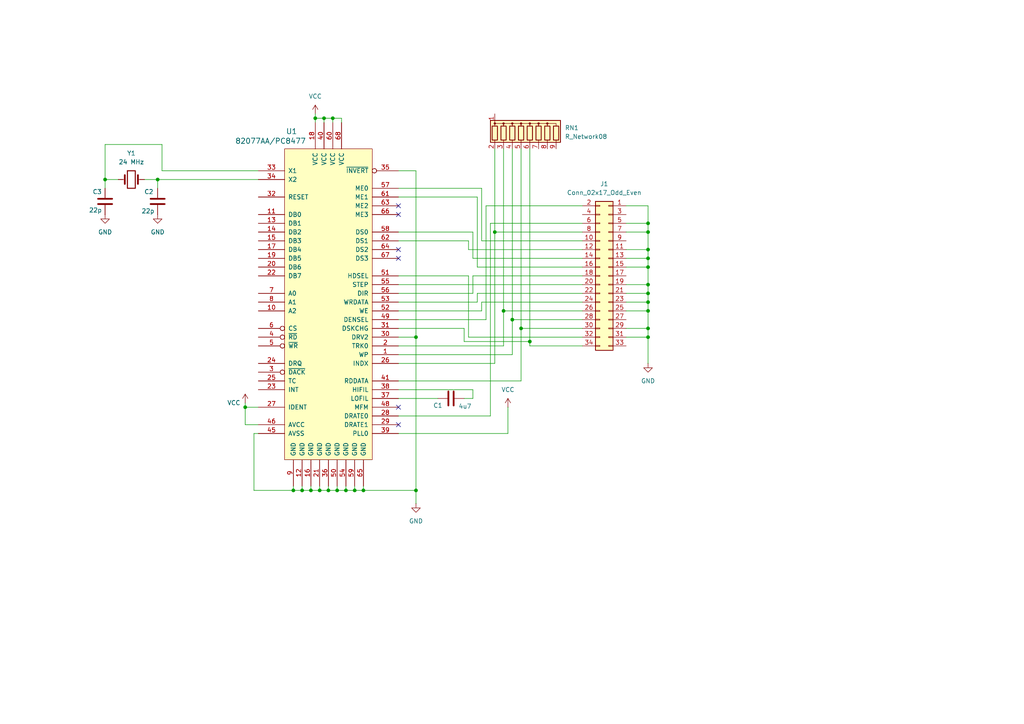
<source format=kicad_sch>
(kicad_sch (version 20231120) (generator "eeschema") (generator_version "8.0")
  (paper "A4")
  (lib_symbols
    (symbol "82077AA:82077AA" (pin_names (offset 1.016))
      (property "Reference" "U1" (at -10.668 49.53 0))
      (property "Value" "82077AA/PC8477" (at -16.764 46.736 0))
      (symbol "82077AA_1_1"
        (rectangle (start -12.7 44.45) (end 12.7 -45.72) (fill (type background)))
        (pin input line (at 20.32 -15.24 180) (length 7.62) (name "WP") (number "1"))
        (pin input line (at -20.32 -2.54 0) (length 7.62) (name "A2") (number "10"))
        (pin tri_state line (at -20.32 25.4 0) (length 7.62) (name "DB0") (number "11"))
        (pin power_in line (at -7.62 -53.34 90) (length 7.62) (name "GND") (number "12"))
        (pin tri_state line (at -20.32 22.86 0) (length 7.62) (name "DB1") (number "13"))
        (pin tri_state line (at -20.32 20.32 0) (length 7.62) (name "DB2") (number "14"))
        (pin tri_state line (at -20.32 17.78 0) (length 7.62) (name "DB3") (number "15"))
        (pin power_in line (at -5.08 -53.34 90) (length 7.62) (name "GND") (number "16"))
        (pin tri_state line (at -20.32 15.24 0) (length 7.62) (name "DB4") (number "17"))
        (pin power_in line (at -3.81 52.07 270) (length 7.62) (name "VCC") (number "18"))
        (pin tri_state line (at -20.32 12.7 0) (length 7.62) (name "DB5") (number "19"))
        (pin input line (at 20.32 -12.7 180) (length 7.62) (name "TRK0") (number "2"))
        (pin tri_state line (at -20.32 10.16 0) (length 7.62) (name "DB6") (number "20"))
        (pin power_in line (at -2.54 -53.34 90) (length 7.62) (name "GND") (number "21"))
        (pin tri_state line (at -20.32 7.62 0) (length 7.62) (name "DB7") (number "22"))
        (pin output line (at -20.32 -25.4 0) (length 7.62) (name "INT") (number "23"))
        (pin output line (at -20.32 -17.78 0) (length 7.62) (name "DRQ") (number "24"))
        (pin input line (at -20.32 -22.86 0) (length 7.62) (name "TC") (number "25"))
        (pin input line (at 20.32 -17.78 180) (length 7.62) (name "INDX") (number "26"))
        (pin input line (at -20.32 -30.48 0) (length 7.62) (name "IDENT") (number "27"))
        (pin output line (at 20.32 -33.02 180) (length 7.62) (name "DRATE0") (number "28"))
        (pin output line (at 20.32 -35.56 180) (length 7.62) (name "DRATE1") (number "29"))
        (pin input inverted (at -20.32 -20.32 0) (length 7.62) (name "~{DACK}") (number "3"))
        (pin input line (at 20.32 -10.16 180) (length 7.62) (name "DRV2") (number "30"))
        (pin input line (at 20.32 -7.62 180) (length 7.62) (name "DSKCHG") (number "31"))
        (pin input line (at -20.32 30.48 0) (length 7.62) (name "RESET") (number "32"))
        (pin input line (at -20.32 38.1 0) (length 7.62) (name "X1") (number "33"))
        (pin input line (at -20.32 35.56 0) (length 7.62) (name "X2") (number "34"))
        (pin input inverted (at 20.32 38.1 180) (length 7.62) (name "~{INVERT}") (number "35"))
        (pin power_in line (at 0 -53.34 90) (length 7.62) (name "GND") (number "36"))
        (pin input line (at 20.32 -27.94 180) (length 7.62) (name "LOFIL") (number "37"))
        (pin input line (at 20.32 -25.4 180) (length 7.62) (name "HIFIL") (number "38"))
        (pin input line (at 20.32 -38.1 180) (length 7.62) (name "PLL0") (number "39"))
        (pin input inverted (at -20.32 -10.16 0) (length 7.62) (name "~{RD}") (number "4"))
        (pin power_in line (at -1.27 52.07 270) (length 7.62) (name "VCC") (number "40"))
        (pin input line (at 20.32 -22.86 180) (length 7.62) (name "RDDATA") (number "41"))
        (pin no_connect line (at -6.35 52.07 270) (length 7.62) hide (name "NC") (number "42"))
        (pin no_connect line (at -5.08 52.07 270) (length 7.62) hide (name "NC") (number "43"))
        (pin no_connect line (at 7.62 52.07 270) (length 7.62) hide (name "NC") (number "44"))
        (pin power_in line (at -20.32 -38.1 0) (length 7.62) (name "AVSS") (number "45"))
        (pin power_in line (at -20.32 -35.56 0) (length 7.62) (name "AVCC") (number "46"))
        (pin no_connect line (at 8.89 52.07 270) (length 7.62) hide (name "NC") (number "47"))
        (pin input line (at 20.32 -30.48 180) (length 7.62) (name "MFM") (number "48"))
        (pin output line (at 20.32 -5.08 180) (length 7.62) (name "DENSEL") (number "49"))
        (pin input inverted (at -20.32 -12.7 0) (length 7.62) (name "~{WR}") (number "5"))
        (pin power_in line (at 2.54 -53.34 90) (length 7.62) (name "GND") (number "50"))
        (pin output line (at 20.32 7.62 180) (length 7.62) (name "HDSEL") (number "51"))
        (pin output line (at 20.32 -2.54 180) (length 7.62) (name "WE") (number "52"))
        (pin output line (at 20.32 0 180) (length 7.62) (name "WRDATA") (number "53"))
        (pin power_in line (at 5.08 -53.34 90) (length 7.62) (name "GND") (number "54"))
        (pin output line (at 20.32 5.08 180) (length 7.62) (name "STEP") (number "55"))
        (pin output line (at 20.32 2.54 180) (length 7.62) (name "DIR") (number "56"))
        (pin output line (at 20.32 33.02 180) (length 7.62) (name "ME0") (number "57"))
        (pin output line (at 20.32 20.32 180) (length 7.62) (name "DS0") (number "58"))
        (pin power_in line (at 7.62 -53.34 90) (length 7.62) (name "GND") (number "59"))
        (pin input inverted (at -20.32 -7.62 0) (length 7.62) (name "CS") (number "6"))
        (pin power_in line (at 1.27 52.07 270) (length 7.62) (name "VCC") (number "60"))
        (pin output line (at 20.32 30.48 180) (length 7.62) (name "ME1") (number "61"))
        (pin output line (at 20.32 17.78 180) (length 7.62) (name "DS1") (number "62"))
        (pin output line (at 20.32 27.94 180) (length 7.62) (name "ME2") (number "63"))
        (pin output line (at 20.32 15.24 180) (length 7.62) (name "DS2") (number "64"))
        (pin power_in line (at 10.16 -53.34 90) (length 7.62) (name "GND") (number "65"))
        (pin output line (at 20.32 25.4 180) (length 7.62) (name "ME3") (number "66"))
        (pin output line (at 20.32 12.7 180) (length 7.62) (name "DS3") (number "67"))
        (pin power_in line (at 3.81 52.07 270) (length 7.62) (name "VCC") (number "68"))
        (pin input line (at -20.32 2.54 0) (length 7.62) (name "A0") (number "7"))
        (pin input line (at -20.32 0 0) (length 7.62) (name "A1") (number "8"))
        (pin power_in line (at -10.16 -53.34 90) (length 7.62) (name "GND") (number "9"))
      )
    )
    (symbol "Connector_Generic:Conn_02x17_Odd_Even" (pin_names (offset 1.016) hide)
      (property "Reference" "J" (at 1.27 22.86 0))
      (property "Value" "Conn_02x17_Odd_Even" (at 1.27 -22.86 0))
      (symbol "Conn_02x17_Odd_Even_1_1"
        (rectangle (start -1.27 -20.193) (end 0 -20.447) (stroke (width 0.1524)))
        (rectangle (start -1.27 -17.653) (end 0 -17.907) (stroke (width 0.1524)))
        (rectangle (start -1.27 -15.113) (end 0 -15.367) (stroke (width 0.1524)))
        (rectangle (start -1.27 -12.573) (end 0 -12.827) (stroke (width 0.1524)))
        (rectangle (start -1.27 -10.033) (end 0 -10.287) (stroke (width 0.1524)))
        (rectangle (start -1.27 -7.493) (end 0 -7.747) (stroke (width 0.1524)))
        (rectangle (start -1.27 -4.953) (end 0 -5.207) (stroke (width 0.1524)))
        (rectangle (start -1.27 -2.413) (end 0 -2.667) (stroke (width 0.1524)))
        (rectangle (start -1.27 0.127) (end 0 -0.127) (stroke (width 0.1524)))
        (rectangle (start -1.27 2.667) (end 0 2.413) (stroke (width 0.1524)))
        (rectangle (start -1.27 5.207) (end 0 4.953) (stroke (width 0.1524)))
        (rectangle (start -1.27 7.747) (end 0 7.493) (stroke (width 0.1524)))
        (rectangle (start -1.27 10.287) (end 0 10.033) (stroke (width 0.1524)))
        (rectangle (start -1.27 12.827) (end 0 12.573) (stroke (width 0.1524)))
        (rectangle (start -1.27 15.367) (end 0 15.113) (stroke (width 0.1524)))
        (rectangle (start -1.27 17.907) (end 0 17.653) (stroke (width 0.1524)))
        (rectangle (start -1.27 20.447) (end 0 20.193) (stroke (width 0.1524)))
        (rectangle (start -1.27 21.59) (end 3.81 -21.59) (stroke (width 0.254)) (fill (type background)))
        (rectangle (start 3.81 -20.193) (end 2.54 -20.447) (stroke (width 0.1524)))
        (rectangle (start 3.81 -17.653) (end 2.54 -17.907) (stroke (width 0.1524)))
        (rectangle (start 3.81 -15.113) (end 2.54 -15.367) (stroke (width 0.1524)))
        (rectangle (start 3.81 -12.573) (end 2.54 -12.827) (stroke (width 0.1524)))
        (rectangle (start 3.81 -10.033) (end 2.54 -10.287) (stroke (width 0.1524)))
        (rectangle (start 3.81 -7.493) (end 2.54 -7.747) (stroke (width 0.1524)))
        (rectangle (start 3.81 -4.953) (end 2.54 -5.207) (stroke (width 0.1524)))
        (rectangle (start 3.81 -2.413) (end 2.54 -2.667) (stroke (width 0.1524)))
        (rectangle (start 3.81 0.127) (end 2.54 -0.127) (stroke (width 0.1524)))
        (rectangle (start 3.81 2.667) (end 2.54 2.413) (stroke (width 0.1524)))
        (rectangle (start 3.81 5.207) (end 2.54 4.953) (stroke (width 0.1524)))
        (rectangle (start 3.81 7.747) (end 2.54 7.493) (stroke (width 0.1524)))
        (rectangle (start 3.81 10.287) (end 2.54 10.033) (stroke (width 0.1524)))
        (rectangle (start 3.81 12.827) (end 2.54 12.573) (stroke (width 0.1524)))
        (rectangle (start 3.81 15.367) (end 2.54 15.113) (stroke (width 0.1524)))
        (rectangle (start 3.81 17.907) (end 2.54 17.653) (stroke (width 0.1524)))
        (rectangle (start 3.81 20.447) (end 2.54 20.193) (stroke (width 0.1524)))
        (pin passive line (at -5.08 20.32 0) (length 3.81) (name "Pin_1") (number "1"))
        (pin passive line (at 7.62 10.16 180) (length 3.81) (name "Pin_10") (number "10"))
        (pin passive line (at -5.08 7.62 0) (length 3.81) (name "Pin_11") (number "11"))
        (pin passive line (at 7.62 7.62 180) (length 3.81) (name "Pin_12") (number "12"))
        (pin passive line (at -5.08 5.08 0) (length 3.81) (name "Pin_13") (number "13"))
        (pin passive line (at 7.62 5.08 180) (length 3.81) (name "Pin_14") (number "14"))
        (pin passive line (at -5.08 2.54 0) (length 3.81) (name "Pin_15") (number "15"))
        (pin passive line (at 7.62 2.54 180) (length 3.81) (name "Pin_16") (number "16"))
        (pin passive line (at -5.08 0 0) (length 3.81) (name "Pin_17") (number "17"))
        (pin passive line (at 7.62 0 180) (length 3.81) (name "Pin_18") (number "18"))
        (pin passive line (at -5.08 -2.54 0) (length 3.81) (name "Pin_19") (number "19"))
        (pin passive line (at 7.62 20.32 180) (length 3.81) (name "Pin_2") (number "2"))
        (pin passive line (at 7.62 -2.54 180) (length 3.81) (name "Pin_20") (number "20"))
        (pin passive line (at -5.08 -5.08 0) (length 3.81) (name "Pin_21") (number "21"))
        (pin passive line (at 7.62 -5.08 180) (length 3.81) (name "Pin_22") (number "22"))
        (pin passive line (at -5.08 -7.62 0) (length 3.81) (name "Pin_23") (number "23"))
        (pin passive line (at 7.62 -7.62 180) (length 3.81) (name "Pin_24") (number "24"))
        (pin passive line (at -5.08 -10.16 0) (length 3.81) (name "Pin_25") (number "25"))
        (pin passive line (at 7.62 -10.16 180) (length 3.81) (name "Pin_26") (number "26"))
        (pin passive line (at -5.08 -12.7 0) (length 3.81) (name "Pin_27") (number "27"))
        (pin passive line (at 7.62 -12.7 180) (length 3.81) (name "Pin_28") (number "28"))
        (pin passive line (at -5.08 -15.24 0) (length 3.81) (name "Pin_29") (number "29"))
        (pin passive line (at -5.08 17.78 0) (length 3.81) (name "Pin_3") (number "3"))
        (pin passive line (at 7.62 -15.24 180) (length 3.81) (name "Pin_30") (number "30"))
        (pin passive line (at -5.08 -17.78 0) (length 3.81) (name "Pin_31") (number "31"))
        (pin passive line (at 7.62 -17.78 180) (length 3.81) (name "Pin_32") (number "32"))
        (pin passive line (at -5.08 -20.32 0) (length 3.81) (name "Pin_33") (number "33"))
        (pin passive line (at 7.62 -20.32 180) (length 3.81) (name "Pin_34") (number "34"))
        (pin passive line (at 7.62 17.78 180) (length 3.81) (name "Pin_4") (number "4"))
        (pin passive line (at -5.08 15.24 0) (length 3.81) (name "Pin_5") (number "5"))
        (pin passive line (at 7.62 15.24 180) (length 3.81) (name "Pin_6") (number "6"))
        (pin passive line (at -5.08 12.7 0) (length 3.81) (name "Pin_7") (number "7"))
        (pin passive line (at 7.62 12.7 180) (length 3.81) (name "Pin_8") (number "8"))
        (pin passive line (at -5.08 10.16 0) (length 3.81) (name "Pin_9") (number "9"))
      )
    )
    (symbol "Device:C" (pin_numbers hide) (pin_names (offset 0.254))
      (property "Reference" "C" (at 0.635 2.54 0))
      (property "Value" "C" (at 0.635 -2.54 0))
      (symbol "C_0_1"
        (polyline (pts (xy -2.032 -0.762) (xy 2.032 -0.762)) (stroke (width 0.508)))
        (polyline (pts (xy -2.032 0.762) (xy 2.032 0.762)) (stroke (width 0.508)))
      )
      (symbol "C_1_1"
        (pin passive line (at 0 3.81 270) (length 2.794) (name "~") (number "1"))
        (pin passive line (at 0 -3.81 90) (length 2.794) (name "~") (number "2"))
      )
    )
    (symbol "Device:Crystal" (pin_numbers hide) (pin_names (offset 1.016) hide)
      (property "Reference" "Y" (at 0 3.81 0))
      (property "Value" "Crystal" (at 0 -3.81 0))
      (symbol "Crystal_0_1"
        (rectangle (start -1.143 2.54) (end 1.143 -2.54) (stroke (width 0.3048)))
        (polyline (pts (xy -2.54 0) (xy -1.905 0)))
        (polyline (pts (xy -1.905 -1.27) (xy -1.905 1.27)) (stroke (width 0.508)))
        (polyline (pts (xy 1.905 -1.27) (xy 1.905 1.27)) (stroke (width 0.508)))
        (polyline (pts (xy 2.54 0) (xy 1.905 0)))
      )
      (symbol "Crystal_1_1"
        (pin passive line (at -3.81 0 0) (length 1.27) (name "1") (number "1"))
        (pin passive line (at 3.81 0 180) (length 1.27) (name "2") (number "2"))
      )
    )
    (symbol "Device:R_Network08" (pin_names (offset 0) hide)
      (property "Reference" "RN" (at -12.7 0 90))
      (property "Value" "R_Network08" (at 10.16 0 90))
      (symbol "R_Network08_0_1"
        (rectangle (start -11.43 -3.175) (end 8.89 3.175) (stroke (width 0.254)) (fill (type background)))
        (rectangle (start -10.922 1.524) (end -9.398 -2.54) (stroke (width 0.254)))
        (circle (center -10.16 2.286) (radius 0.254) (fill (type outline)))
        (rectangle (start -8.382 1.524) (end -6.858 -2.54) (stroke (width 0.254)))
        (circle (center -7.62 2.286) (radius 0.254) (fill (type outline)))
        (rectangle (start -5.842 1.524) (end -4.318 -2.54) (stroke (width 0.254)))
        (circle (center -5.08 2.286) (radius 0.254) (fill (type outline)))
        (rectangle (start -3.302 1.524) (end -1.778 -2.54) (stroke (width 0.254)))
        (circle (center -2.54 2.286) (radius 0.254) (fill (type outline)))
        (rectangle (start -0.762 1.524) (end 0.762 -2.54) (stroke (width 0.254)))
        (polyline (pts (xy -10.16 -2.54) (xy -10.16 -3.81)))
        (polyline (pts (xy -7.62 -2.54) (xy -7.62 -3.81)))
        (polyline (pts (xy -5.08 -2.54) (xy -5.08 -3.81)))
        (polyline (pts (xy -2.54 -2.54) (xy -2.54 -3.81)))
        (polyline (pts (xy 0 -2.54) (xy 0 -3.81)))
        (polyline (pts (xy 2.54 -2.54) (xy 2.54 -3.81)))
        (polyline (pts (xy 5.08 -2.54) (xy 5.08 -3.81)))
        (polyline (pts (xy 7.62 -2.54) (xy 7.62 -3.81)))
        (polyline (pts (xy -10.16 1.524) (xy -10.16 2.286) (xy -7.62 2.286) (xy -7.62 1.524)))
        (polyline (pts (xy -7.62 1.524) (xy -7.62 2.286) (xy -5.08 2.286) (xy -5.08 1.524)))
        (polyline (pts (xy -5.08 1.524) (xy -5.08 2.286) (xy -2.54 2.286) (xy -2.54 1.524)))
        (polyline (pts (xy -2.54 1.524) (xy -2.54 2.286) (xy 0 2.286) (xy 0 1.524)))
        (polyline (pts (xy 0 1.524) (xy 0 2.286) (xy 2.54 2.286) (xy 2.54 1.524)))
        (polyline (pts (xy 2.54 1.524) (xy 2.54 2.286) (xy 5.08 2.286) (xy 5.08 1.524)))
        (polyline (pts (xy 5.08 1.524) (xy 5.08 2.286) (xy 7.62 2.286) (xy 7.62 1.524)))
        (circle (center 0 2.286) (radius 0.254) (fill (type outline)))
        (rectangle (start 1.778 1.524) (end 3.302 -2.54) (stroke (width 0.254)))
        (circle (center 2.54 2.286) (radius 0.254) (fill (type outline)))
        (rectangle (start 4.318 1.524) (end 5.842 -2.54) (stroke (width 0.254)))
        (circle (center 5.08 2.286) (radius 0.254) (fill (type outline)))
        (rectangle (start 6.858 1.524) (end 8.382 -2.54) (stroke (width 0.254)))
      )
      (symbol "R_Network08_1_1"
        (pin passive line (at -10.16 5.08 270) (length 2.54) (name "common") (number "1"))
        (pin passive line (at -10.16 -5.08 90) (length 1.27) (name "R1") (number "2"))
        (pin passive line (at -7.62 -5.08 90) (length 1.27) (name "R2") (number "3"))
        (pin passive line (at -5.08 -5.08 90) (length 1.27) (name "R3") (number "4"))
        (pin passive line (at -2.54 -5.08 90) (length 1.27) (name "R4") (number "5"))
        (pin passive line (at 0 -5.08 90) (length 1.27) (name "R5") (number "6"))
        (pin passive line (at 2.54 -5.08 90) (length 1.27) (name "R6") (number "7"))
        (pin passive line (at 5.08 -5.08 90) (length 1.27) (name "R7") (number "8"))
        (pin passive line (at 7.62 -5.08 90) (length 1.27) (name "R8") (number "9"))
      )
    )
    (symbol "power:GND" (power) (pin_numbers hide) (pin_names (offset 0) hide)
      (property "Value" "GND" (at 0 -3.81 0))
      (symbol "GND_0_1"
        (polyline (pts (xy 0 0) (xy 0 -1.27) (xy 1.27 -1.27) (xy 0 -2.54) (xy -1.27 -1.27) (xy 0 -1.27)))
      )
      (symbol "GND_1_1"
        (pin power_in line (at 0 0 270) (length 0) (name "~") (number "1"))
      )
    )
    (symbol "power:VCC" (power) (pin_numbers hide) (pin_names (offset 0) hide)
      (property "Value" "VCC" (at 0 3.556 0))
      (symbol "VCC_0_1"
        (polyline (pts (xy -0.762 1.27) (xy 0 2.54)))
        (polyline (pts (xy 0 0) (xy 0 2.54)))
        (polyline (pts (xy 0 2.54) (xy 0.762 1.27)))
      )
      (symbol "VCC_1_1"
        (pin power_in line (at 0 0 90) (length 0) (name "~") (number "1"))
      )
    )
  )
  (junction (at 95.25 142.24))
  (junction (at 93.98 34.29))
  (junction (at 71.12 118.11))
  (junction (at 187.96 74.93))
  (junction (at 105.41 142.24))
  (junction (at 153.67 99.06))
  (junction (at 187.96 64.77))
  (junction (at 90.17 142.24))
  (junction (at 45.72 52.07))
  (junction (at 146.05 90.17))
  (junction (at 91.44 34.29))
  (junction (at 151.13 95.25))
  (junction (at 87.63 142.24))
  (junction (at 120.65 142.24))
  (junction (at 187.96 90.17))
  (junction (at 187.96 87.63))
  (junction (at 143.51 67.31))
  (junction (at 187.96 67.31))
  (junction (at 30.48 52.07))
  (junction (at 187.96 85.09))
  (junction (at 100.33 142.24))
  (junction (at 120.65 97.79))
  (junction (at 85.09 142.24))
  (junction (at 187.96 95.25))
  (junction (at 187.96 82.55))
  (junction (at 187.96 97.79))
  (junction (at 96.52 34.29))
  (junction (at 187.96 77.47))
  (junction (at 148.59 92.71))
  (junction (at 92.71 142.24))
  (junction (at 187.96 72.39))
  (junction (at 102.87 142.24))
  (junction (at 97.79 142.24))
  (no_connect (at 115.57 74.93))
  (no_connect (at 115.57 123.19))
  (no_connect (at 115.57 62.23))
  (no_connect (at 115.57 118.11))
  (no_connect (at 115.57 59.69))
  (no_connect (at 115.57 72.39))
  (wire (pts (xy 168.91 80.01) (xy 137.16 80.01)))
  (wire (pts (xy 187.96 85.09) (xy 187.96 87.63)))
  (wire (pts (xy 93.98 34.29) (xy 96.52 34.29)))
  (wire (pts (xy 181.61 97.79) (xy 187.96 97.79)))
  (wire (pts (xy 115.57 105.41) (xy 143.51 105.41)))
  (wire (pts (xy 71.12 123.19) (xy 71.12 118.11)))
  (wire (pts (xy 147.32 125.73) (xy 147.32 118.11)))
  (wire (pts (xy 95.25 142.24) (xy 97.79 142.24)))
  (wire (pts (xy 187.96 95.25) (xy 187.96 97.79)))
  (wire (pts (xy 138.43 87.63) (xy 138.43 85.09)))
  (wire (pts (xy 92.71 140.97) (xy 92.71 142.24)))
  (wire (pts (xy 71.12 118.11) (xy 71.12 116.84)))
  (wire (pts (xy 45.72 52.07) (xy 74.93 52.07)))
  (wire (pts (xy 115.57 125.73) (xy 147.32 125.73)))
  (wire (pts (xy 137.16 115.57) (xy 134.62 115.57)))
  (wire (pts (xy 139.7 69.85) (xy 139.7 54.61)))
  (wire (pts (xy 95.25 140.97) (xy 95.25 142.24)))
  (wire (pts (xy 45.72 52.07) (xy 45.72 54.61)))
  (wire (pts (xy 135.89 80.01) (xy 115.57 80.01)))
  (wire (pts (xy 134.62 95.25) (xy 134.62 99.06)))
  (wire (pts (xy 93.98 34.29) (xy 93.98 35.56)))
  (wire (pts (xy 115.57 49.53) (xy 120.65 49.53)))
  (wire (pts (xy 168.91 72.39) (xy 135.89 72.39)))
  (wire (pts (xy 46.99 41.91) (xy 46.99 49.53)))
  (wire (pts (xy 97.79 140.97) (xy 97.79 142.24)))
  (wire (pts (xy 115.57 67.31) (xy 137.16 67.31)))
  (wire (pts (xy 74.93 123.19) (xy 71.12 123.19)))
  (wire (pts (xy 151.13 95.25) (xy 151.13 43.18)))
  (wire (pts (xy 151.13 95.25) (xy 168.91 95.25)))
  (wire (pts (xy 139.7 90.17) (xy 139.7 87.63)))
  (wire (pts (xy 137.16 80.01) (xy 137.16 85.09)))
  (wire (pts (xy 73.66 142.24) (xy 73.66 125.73)))
  (wire (pts (xy 105.41 140.97) (xy 105.41 142.24)))
  (wire (pts (xy 120.65 97.79) (xy 120.65 142.24)))
  (wire (pts (xy 71.12 118.11) (xy 74.93 118.11)))
  (wire (pts (xy 135.89 72.39) (xy 135.89 69.85)))
  (wire (pts (xy 99.06 34.29) (xy 99.06 35.56)))
  (wire (pts (xy 181.61 59.69) (xy 187.96 59.69)))
  (wire (pts (xy 137.16 85.09) (xy 115.57 85.09)))
  (wire (pts (xy 153.67 99.06) (xy 153.67 100.33)))
  (wire (pts (xy 90.17 142.24) (xy 92.71 142.24)))
  (wire (pts (xy 148.59 102.87) (xy 148.59 92.71)))
  (wire (pts (xy 153.67 43.18) (xy 153.67 99.06)))
  (wire (pts (xy 137.16 113.03) (xy 137.16 115.57)))
  (wire (pts (xy 100.33 140.97) (xy 100.33 142.24)))
  (wire (pts (xy 181.61 87.63) (xy 187.96 87.63)))
  (wire (pts (xy 151.13 110.49) (xy 151.13 95.25)))
  (wire (pts (xy 181.61 74.93) (xy 187.96 74.93)))
  (wire (pts (xy 97.79 142.24) (xy 100.33 142.24)))
  (wire (pts (xy 91.44 34.29) (xy 93.98 34.29)))
  (wire (pts (xy 115.57 92.71) (xy 140.97 92.71)))
  (wire (pts (xy 187.96 59.69) (xy 187.96 64.77)))
  (wire (pts (xy 120.65 142.24) (xy 120.65 146.05)))
  (wire (pts (xy 30.48 52.07) (xy 30.48 41.91)))
  (wire (pts (xy 134.62 99.06) (xy 153.67 99.06)))
  (wire (pts (xy 115.57 90.17) (xy 139.7 90.17)))
  (wire (pts (xy 91.44 34.29) (xy 91.44 35.56)))
  (wire (pts (xy 73.66 125.73) (xy 74.93 125.73)))
  (wire (pts (xy 181.61 95.25) (xy 187.96 95.25)))
  (wire (pts (xy 139.7 87.63) (xy 168.91 87.63)))
  (wire (pts (xy 146.05 90.17) (xy 168.91 90.17)))
  (wire (pts (xy 85.09 142.24) (xy 73.66 142.24)))
  (wire (pts (xy 87.63 140.97) (xy 87.63 142.24)))
  (wire (pts (xy 187.96 77.47) (xy 187.96 82.55)))
  (wire (pts (xy 148.59 92.71) (xy 168.91 92.71)))
  (wire (pts (xy 85.09 140.97) (xy 85.09 142.24)))
  (wire (pts (xy 115.57 110.49) (xy 151.13 110.49)))
  (wire (pts (xy 96.52 34.29) (xy 99.06 34.29)))
  (wire (pts (xy 187.96 74.93) (xy 187.96 77.47)))
  (wire (pts (xy 41.91 52.07) (xy 45.72 52.07)))
  (wire (pts (xy 115.57 102.87) (xy 148.59 102.87)))
  (wire (pts (xy 146.05 90.17) (xy 146.05 100.33)))
  (wire (pts (xy 187.96 87.63) (xy 187.96 90.17)))
  (wire (pts (xy 96.52 34.29) (xy 96.52 35.56)))
  (wire (pts (xy 187.96 67.31) (xy 187.96 72.39)))
  (wire (pts (xy 181.61 85.09) (xy 187.96 85.09)))
  (wire (pts (xy 92.71 142.24) (xy 95.25 142.24)))
  (wire (pts (xy 148.59 43.18) (xy 148.59 92.71)))
  (wire (pts (xy 30.48 41.91) (xy 46.99 41.91)))
  (wire (pts (xy 187.96 90.17) (xy 187.96 95.25)))
  (wire (pts (xy 105.41 142.24) (xy 120.65 142.24)))
  (wire (pts (xy 168.91 77.47) (xy 138.43 77.47)))
  (wire (pts (xy 153.67 100.33) (xy 168.91 100.33)))
  (wire (pts (xy 34.29 52.07) (xy 30.48 52.07)))
  (wire (pts (xy 30.48 52.07) (xy 30.48 54.61)))
  (wire (pts (xy 115.57 120.65) (xy 142.24 120.65)))
  (wire (pts (xy 115.57 113.03) (xy 137.16 113.03)))
  (wire (pts (xy 181.61 67.31) (xy 187.96 67.31)))
  (wire (pts (xy 115.57 82.55) (xy 168.91 82.55)))
  (wire (pts (xy 87.63 142.24) (xy 90.17 142.24)))
  (wire (pts (xy 91.44 33.02) (xy 91.44 34.29)))
  (wire (pts (xy 115.57 95.25) (xy 134.62 95.25)))
  (wire (pts (xy 115.57 100.33) (xy 146.05 100.33)))
  (wire (pts (xy 90.17 140.97) (xy 90.17 142.24)))
  (wire (pts (xy 142.24 120.65) (xy 142.24 64.77)))
  (wire (pts (xy 140.97 59.69) (xy 168.91 59.69)))
  (wire (pts (xy 139.7 54.61) (xy 115.57 54.61)))
  (wire (pts (xy 135.89 97.79) (xy 135.89 80.01)))
  (wire (pts (xy 138.43 77.47) (xy 138.43 57.15)))
  (wire (pts (xy 143.51 43.18) (xy 143.51 67.31)))
  (wire (pts (xy 146.05 43.18) (xy 146.05 90.17)))
  (wire (pts (xy 168.91 69.85) (xy 139.7 69.85)))
  (wire (pts (xy 46.99 49.53) (xy 74.93 49.53)))
  (wire (pts (xy 138.43 85.09) (xy 168.91 85.09)))
  (wire (pts (xy 181.61 72.39) (xy 187.96 72.39)))
  (wire (pts (xy 181.61 82.55) (xy 187.96 82.55)))
  (wire (pts (xy 187.96 82.55) (xy 187.96 85.09)))
  (wire (pts (xy 137.16 74.93) (xy 168.91 74.93)))
  (wire (pts (xy 168.91 97.79) (xy 135.89 97.79)))
  (wire (pts (xy 115.57 97.79) (xy 120.65 97.79)))
  (wire (pts (xy 181.61 64.77) (xy 187.96 64.77)))
  (wire (pts (xy 187.96 64.77) (xy 187.96 67.31)))
  (wire (pts (xy 143.51 67.31) (xy 143.51 105.41)))
  (wire (pts (xy 85.09 142.24) (xy 87.63 142.24)))
  (wire (pts (xy 100.33 142.24) (xy 102.87 142.24)))
  (wire (pts (xy 181.61 90.17) (xy 187.96 90.17)))
  (wire (pts (xy 120.65 49.53) (xy 120.65 97.79)))
  (wire (pts (xy 142.24 64.77) (xy 168.91 64.77)))
  (wire (pts (xy 143.51 67.31) (xy 168.91 67.31)))
  (wire (pts (xy 187.96 72.39) (xy 187.96 74.93)))
  (wire (pts (xy 187.96 97.79) (xy 187.96 105.41)))
  (wire (pts (xy 102.87 140.97) (xy 102.87 142.24)))
  (wire (pts (xy 181.61 77.47) (xy 187.96 77.47)))
  (wire (pts (xy 138.43 57.15) (xy 115.57 57.15)))
  (wire (pts (xy 115.57 87.63) (xy 138.43 87.63)))
  (wire (pts (xy 140.97 92.71) (xy 140.97 59.69)))
  (wire (pts (xy 137.16 67.31) (xy 137.16 74.93)))
  (wire (pts (xy 102.87 142.24) (xy 105.41 142.24)))
  (wire (pts (xy 115.57 115.57) (xy 127 115.57)))
  (wire (pts (xy 135.89 69.85) (xy 115.57 69.85)))
  (symbol (lib_id "power:VCC") (at 147.32 118.11 0) (unit 1)
    (property "Reference" "#PWR06" (effects (hide yes)))
    (property "Value" "VCC" (at 147.32 113.03 0))
    (property "Description" "Power symbol creates a global label with name \"VCC\"" (effects (hide yes)))
  )
  (symbol (lib_id "Device:R_Network08") (at 153.67 38.1 0) (unit 1)
    (property "Reference" "RN1" (at 163.83 37.0839 0) (effects (justify left)))
    (property "Value" "R_Network08" (at 163.83 39.6239 0) (effects (justify left)))
    (property "Footprint" "Resistor_THT:R_Array_SIP9" (effects (hide yes)))
    (property "Datasheet" "http://www.vishay.com/docs/31509/csc.pdf" (effects (hide yes)))
    (property "Description" "8 resistor network, star topology, bussed resistors, small symbol" (effects (hide yes)))
  )
  (symbol (lib_id "power:GND") (at 30.48 62.23 0) (unit 1)
    (property "Reference" "#PWR08" (effects (hide yes)))
    (property "Value" "GND" (at 30.48 67.31 0))
    (property "Description" "Power symbol creates a global label with name \"GND\" , ground" (effects (hide yes)))
  )
  (symbol (lib_id "Connector_Generic:Conn_02x17_Odd_Even") (at 176.53 80.01 0) (mirror y) (unit 1)
    (property "Reference" "J1" (at 175.26 53.34 0))
    (property "Value" "Conn_02x17_Odd_Even" (at 175.26 55.88 0))
    (property "Description" "Generic connector, double row, 02x17, odd/even pin numbering scheme (row 1 odd numbers, row 2 even numbers), script generated (kicad-library-utils/schlib/autogen/connector/)" (effects (hide yes)))
  )
  (symbol (lib_id "Device:C") (at 45.72 58.42 180) (unit 1)
    (property "Reference" "C2" (at 43.18 55.626 0))
    (property "Value" "22p" (at 42.926 61.214 0))
    (property "Footprint" "Capacitor_THT:C_Disc_D4.3mm_W1.9mm_P5.00mm" (effects (hide yes)))
    (property "Description" "Unpolarized capacitor" (effects (hide yes)))
  )
  (symbol (lib_id "power:GND") (at 120.65 146.05 0) (unit 1)
    (property "Reference" "#PWR04" (effects (hide yes)))
    (property "Value" "GND" (at 120.65 151.13 0))
    (property "Description" "Power symbol creates a global label with name \"GND\" , ground" (effects (hide yes)))
  )
  (symbol (lib_id "power:GND") (at 45.72 62.23 0) (unit 1)
    (property "Reference" "#PWR07" (effects (hide yes)))
    (property "Value" "GND" (at 45.72 67.31 0))
    (property "Description" "Power symbol creates a global label with name \"GND\" , ground" (effects (hide yes)))
  )
  (symbol (lib_id "Device:C") (at 130.81 115.57 90) (unit 1)
    (property "Reference" "C1" (at 127 117.602 90))
    (property "Value" "4u7" (at 134.874 117.856 90))
    (property "Footprint" "Capacitor_THT:C_Disc_D4.3mm_W1.9mm_P5.00mm" (effects (hide yes)))
    (property "Description" "Unpolarized capacitor" (effects (hide yes)))
  )
  (symbol (lib_id "power:GND") (at 187.96 105.41 0) (unit 1)
    (property "Reference" "#PWR03" (effects (hide yes)))
    (property "Value" "GND" (at 187.96 110.49 0))
    (property "Description" "Power symbol creates a global label with name \"GND\" , ground" (effects (hide yes)))
  )
  (symbol (lib_id "Device:Crystal") (at 38.1 52.07 0) (unit 1)
    (property "Reference" "Y1" (at 38.1 44.45 0))
    (property "Value" "24 MHz" (at 38.1 46.99 0))
    (property "Footprint" "Crystal:Crystal_HC49-4H_Vertical" (effects (hide yes)))
    (property "Description" "Two pin crystal" (effects (hide yes)))
  )
  (symbol (lib_id "82077AA:82077AA") (at 95.25 87.63 0) (unit 1)
    (property "Reference" "U1" (at 84.582 38.1 0) (effects (font (size 1.524 1.524))))
    (property "Value" "82077AA/PC8477" (at 78.486 40.894 0) (effects (font (size 1.524 1.524))))
    (property "Footprint" "Custom KiCad Library:PLCC-68_THT-Socket" (effects (hide yes)))
  )
  (symbol (lib_id "power:VCC") (at 91.44 33.02 0) (unit 1)
    (property "Reference" "#PWR05" (effects (hide yes)))
    (property "Value" "VCC" (at 91.44 27.94 0))
    (property "Description" "Power symbol creates a global label with name \"VCC\"" (effects (hide yes)))
  )
  (symbol (lib_id "power:VCC") (at 71.12 116.84 0) (unit 1)
    (property "Reference" "#PWR09" (effects (hide yes)))
    (property "Value" "VCC" (at 67.818 116.84 0))
    (property "Description" "Power symbol creates a global label with name \"VCC\"" (effects (hide yes)))
  )
  (symbol (lib_id "Device:C") (at 30.48 58.42 180) (unit 1)
    (property "Reference" "C3" (at 28.194 55.626 0))
    (property "Value" "22p" (at 27.686 60.96 0))
    (property "Footprint" "Capacitor_THT:C_Disc_D4.3mm_W1.9mm_P5.00mm" (effects (hide yes)))
    (property "Description" "Unpolarized capacitor" (effects (hide yes)))
  )
)
</source>
